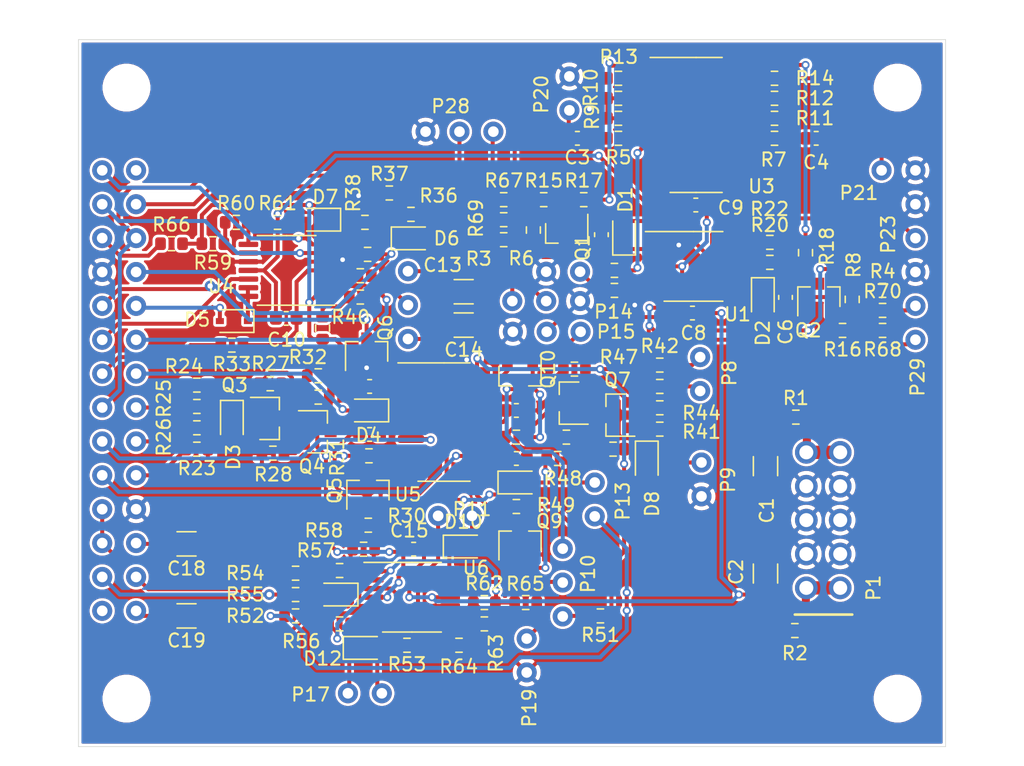
<source format=kicad_pcb>
(kicad_pcb (version 20211014) (generator pcbnew)

  (general
    (thickness 1.6)
  )

  (paper "A4")
  (layers
    (0 "F.Cu" signal)
    (31 "B.Cu" signal)
    (32 "B.Adhes" user "B.Adhesive")
    (33 "F.Adhes" user "F.Adhesive")
    (34 "B.Paste" user)
    (35 "F.Paste" user)
    (36 "B.SilkS" user "B.Silkscreen")
    (37 "F.SilkS" user "F.Silkscreen")
    (38 "B.Mask" user)
    (39 "F.Mask" user)
    (40 "Dwgs.User" user "User.Drawings")
    (41 "Cmts.User" user "User.Comments")
    (42 "Eco1.User" user "User.Eco1")
    (43 "Eco2.User" user "User.Eco2")
    (44 "Edge.Cuts" user)
    (45 "Margin" user)
    (46 "B.CrtYd" user "B.Courtyard")
    (47 "F.CrtYd" user "F.Courtyard")
    (48 "B.Fab" user)
    (49 "F.Fab" user)
  )

  (setup
    (pad_to_mask_clearance 0)
    (pcbplotparams
      (layerselection 0x00010fc_ffffffff)
      (disableapertmacros false)
      (usegerberextensions false)
      (usegerberattributes true)
      (usegerberadvancedattributes true)
      (creategerberjobfile true)
      (svguseinch false)
      (svgprecision 6)
      (excludeedgelayer true)
      (plotframeref false)
      (viasonmask false)
      (mode 1)
      (useauxorigin false)
      (hpglpennumber 1)
      (hpglpenspeed 20)
      (hpglpendiameter 15.000000)
      (dxfpolygonmode true)
      (dxfimperialunits true)
      (dxfusepcbnewfont true)
      (psnegative false)
      (psa4output false)
      (plotreference true)
      (plotvalue true)
      (plotinvisibletext false)
      (sketchpadsonfab false)
      (subtractmaskfromsilk false)
      (outputformat 1)
      (mirror false)
      (drillshape 0)
      (scaleselection 1)
      (outputdirectory "")
    )
  )

  (net 0 "")
  (net 1 "GND")
  (net 2 "+12V")
  (net 3 "-12V")
  (net 4 "/VCA/V_SIG_IN_1")
  (net 5 "Net-(C3-Pad1)")
  (net 6 "/VCA/V_SIG_IN_2")
  (net 7 "Net-(C4-Pad1)")
  (net 8 "Net-(C5-Pad2)")
  (net 9 "Net-(C5-Pad1)")
  (net 10 "Net-(C6-Pad2)")
  (net 11 "Net-(C6-Pad1)")
  (net 12 "Net-(C11-Pad2)")
  (net 13 "Net-(C11-Pad1)")
  (net 14 "Net-(C12-Pad2)")
  (net 15 "Net-(C13-Pad2)")
  (net 16 "Net-(C14-Pad2)")
  (net 17 "Net-(C16-Pad2)")
  (net 18 "Net-(C16-Pad1)")
  (net 19 "Net-(C17-Pad2)")
  (net 20 "Net-(C18-Pad2)")
  (net 21 "Net-(C19-Pad2)")
  (net 22 "Net-(D3-Pad1)")
  (net 23 "/ADSR CV gen 1/REL_1")
  (net 24 "/ADSR CV gen 1/DEC_1")
  (net 25 "Net-(D5-Pad1)")
  (net 26 "Net-(D6-Pad2)")
  (net 27 "Net-(D6-Pad1)")
  (net 28 "/ADSR CV gen 1/LED_K")
  (net 29 "/ADSR CV gen 1/LED_A")
  (net 30 "Net-(D8-Pad1)")
  (net 31 "/ADSR CV gen 2/REL_1")
  (net 32 "/ADSR CV gen 2/DEC_1")
  (net 33 "Net-(D10-Pad1)")
  (net 34 "Net-(D11-Pad2)")
  (net 35 "Net-(D11-Pad1)")
  (net 36 "/ADSR CV gen 2/LED_K")
  (net 37 "/ADSR CV gen 2/LED_A")
  (net 38 "Net-(P1-Pad10)")
  (net 39 "Net-(P1-Pad1)")
  (net 40 "/ADSR CV gen 1/SW_IN")
  (net 41 "/ADSR CV gen 1/GATE_IN")
  (net 42 "/ADSR CV gen 1/SUS_3")
  (net 43 "/ADSR CV gen 1/SUS_2")
  (net 44 "/ADSR CV gen 1/SUS_1")
  (net 45 "/ADSR CV gen 1/ATK_1")
  (net 46 "/ADSR CV gen 2/SW_IN")
  (net 47 "/ADSR CV gen 2/GATE_IN")
  (net 48 "/ADSR CV gen 2/SUS_3")
  (net 49 "/ADSR CV gen 2/SUS_2")
  (net 50 "/ADSR CV gen 2/SUS_1")
  (net 51 "/ADSR CV gen 2/ATK_1")
  (net 52 "/ADSR CV gen 1/CV_OUT")
  (net 53 "/VCA/CV_1")
  (net 54 "/ADSR CV gen 2/CV_OUT")
  (net 55 "/VCA/CV_2")
  (net 56 "/VCA/V_SIG_OUT_1")
  (net 57 "/VCA/V_SIG_OUT_2")
  (net 58 "/ADSR CV gen 1/ATK_2")
  (net 59 "Net-(P24-Pad2)")
  (net 60 "Net-(P24-Pad1)")
  (net 61 "/ADSR CV gen 2/ATK_2")
  (net 62 "Net-(P26-Pad2)")
  (net 63 "Net-(P26-Pad1)")
  (net 64 "Net-(Q1-Pad3)")
  (net 65 "Net-(Q1-Pad2)")
  (net 66 "Net-(Q2-Pad3)")
  (net 67 "Net-(Q2-Pad2)")
  (net 68 "Net-(Q3-Pad3)")
  (net 69 "Net-(Q3-Pad2)")
  (net 70 "Net-(Q5-Pad3)")
  (net 71 "Net-(Q6-Pad2)")
  (net 72 "Net-(Q6-Pad1)")
  (net 73 "Net-(Q7-Pad3)")
  (net 74 "Net-(Q7-Pad2)")
  (net 75 "Net-(Q9-Pad3)")
  (net 76 "Net-(Q10-Pad2)")
  (net 77 "Net-(Q10-Pad1)")
  (net 78 "Net-(R10-Pad1)")
  (net 79 "Net-(R11-Pad1)")
  (net 80 "Net-(R12-Pad1)")
  (net 81 "Net-(R13-Pad1)")
  (net 82 "Net-(R14-Pad1)")
  (net 83 "Net-(R17-Pad2)")
  (net 84 "Net-(R18-Pad2)")
  (net 85 "Net-(R19-Pad2)")
  (net 86 "Net-(R19-Pad1)")
  (net 87 "Net-(R20-Pad2)")
  (net 88 "Net-(R20-Pad1)")
  (net 89 "/ADSR CV gen 1/SW_IN_RET")
  (net 90 "/ADSR CV gen 1/REL_2")
  (net 91 "/ADSR CV gen 1/DEC_2")
  (net 92 "Net-(R39-Pad1)")
  (net 93 "/ADSR CV gen 2/SW_IN_RET")
  (net 94 "/ADSR CV gen 2/REL_2")
  (net 95 "/ADSR CV gen 2/DEC_2")
  (net 96 "Net-(R57-Pad1)")
  (net 97 "Net-(U3-Pad10)")
  (net 98 "Net-(U3-Pad9)")
  (net 99 "Net-(U3-Pad8)")
  (net 100 "Net-(U3-Pad7)")
  (net 101 "Net-(R59-Pad1)")
  (net 102 "Net-(R60-Pad2)")
  (net 103 "/ADSR CV gen 1/INV_CV_OUT")
  (net 104 "Net-(R62-Pad1)")
  (net 105 "Net-(R63-Pad2)")
  (net 106 "/ADSR CV gen 2/INV_CV_OUT")
  (net 107 "Net-(P18-Pad1)")
  (net 108 "Net-(P19-Pad1)")
  (net 109 "/VCA/VCA_G_1_1")
  (net 110 "/VCA/VCA_G_2_1")
  (net 111 "/VCA/VCA_G_1_2")
  (net 112 "/VCA/VCA_G_2_2")
  (net 113 "Net-(R5-Pad1)")

  (footprint "Capacitor_SMD:C_1206_3216Metric" (layer "F.Cu") (at 194.5 72.975 -90))

  (footprint "Capacitor_SMD:C_1206_3216Metric" (layer "F.Cu") (at 194.5 81.025 -90))

  (footprint "Capacitor_SMD:C_0603_1608Metric" (layer "F.Cu") (at 180.4 48.4 180))

  (footprint "Capacitor_SMD:C_0603_1608Metric" (layer "F.Cu") (at 198.3 48.4))

  (footprint "Capacitor_SMD:C_0603_1608Metric" (layer "F.Cu") (at 182.2 55.625 -90))

  (footprint "Capacitor_SMD:C_0603_1608Metric" (layer "F.Cu") (at 189.025 61.5))

  (footprint "Capacitor_SMD:C_0603_1608Metric" (layer "F.Cu") (at 189.275 53.4 180))

  (footprint "Capacitor_SMD:C_0603_1608Metric" (layer "F.Cu") (at 164.825 67))

  (footprint "Capacitor_SMD:C_0603_1608Metric" (layer "F.Cu") (at 168.125 79.2 180))

  (footprint "Capacitor_SMD:C_1206_3216Metric" (layer "F.Cu") (at 151.1 78.8 180))

  (footprint "Capacitor_SMD:C_1206_3216Metric" (layer "F.Cu") (at 151.1 84.2 180))

  (footprint "Diode_SMD:D_SOD-323" (layer "F.Cu") (at 183.9 55.65 90))

  (footprint "Diode_SMD:D_SOD-323" (layer "F.Cu") (at 194.3 60.35 -90))

  (footprint "Diode_SMD:D_SOD-323" (layer "F.Cu") (at 154.5 69.55 -90))

  (footprint "Diode_SMD:D_SOD-323" (layer "F.Cu") (at 164.75 68.8 180))

  (footprint "Diode_SMD:D_SOD-323" (layer "F.Cu") (at 185.6 72.6 -90))

  (footprint "Diode_SMD:D_SOD-323" (layer "F.Cu") (at 175.95 74.2))

  (footprint "Diode_SMD:D_SOD-323" (layer "F.Cu") (at 171.85 79))

  (footprint "Diode_SMD:D_SOD-323" (layer "F.Cu") (at 164.35 86.6))

  (footprint "project_oscillator:HEADER_10POS_2ROW" (layer "F.Cu") (at 200.1 82.1 90))

  (footprint "pin-headers:2POS-1ROW-HEADER" (layer "F.Cu") (at 147.32 68.58 -90))

  (footprint "pin-headers:2POS-1ROW-HEADER" (layer "F.Cu") (at 147.32 73.66 -90))

  (footprint "pin-headers:3POS-1ROW-HEADER" (layer "F.Cu") (at 144.78 66.04 90))

  (footprint "pin-headers:2POS-1ROW-HEADER" (layer "F.Cu") (at 144.78 71.12 90))

  (footprint "pin-headers:2POS-1ROW-HEADER" (layer "F.Cu") (at 147.32 66.04 90))

  (footprint "pin-headers:2POS-1ROW-HEADER" (layer "F.Cu") (at 189.6 64.8 -90))

  (footprint "pin-headers:2POS-1ROW-HEADER" (layer "F.Cu") (at 189.7 72.7 -90))

  (footprint "pin-headers:3POS-1ROW-HEADER" (layer "F.Cu") (at 179.3 84.24 90))

  (footprint "pin-headers:2POS-1ROW-HEADER" (layer "F.Cu") (at 172.5 76.7 180))

  (footprint "pin-headers:2POS-1ROW-HEADER" (layer "F.Cu") (at 144.78 73.66 -90))

  (footprint "pin-headers:3POS-1ROW-HEADER" (layer "F.Cu") (at 180.6 60.6 180))

  (footprint "pin-headers:3POS-1ROW-HEADER" (layer "F.Cu") (at 175.56 62.9))

  (footprint "pin-headers:2POS-1ROW-HEADER" (layer "F.Cu") (at 144.78 53.34 90))

  (footprint "pin-headers:2POS-1ROW-HEADER" (layer "F.Cu") (at 163.2 90))

  (footprint "pin-headers:2POS-1ROW-HEADER" (layer "F.Cu") (at 144.78 55.88 -90))

  (footprint "pin-headers:2POS-1ROW-HEADER" (layer "F.Cu") (at 176.6 85.9 -90))

  (footprint "pin-headers:2POS-1ROW-HEADER" (layer "F.Cu") (at 205.74 55.88 90))

  (footprint "pin-headers:3POS-1ROW-HEADER" (layer "F.Cu") (at 147.32 50.8 -90))

  (footprint "Package_TO_SOT_SMD:SOT-23" (layer "F.Cu") (at 198.5 60.3 90))

  (footprint "Package_TO_SOT_SMD:SOT-23" (layer "F.Cu") (at 157.3 69.4))

  (footprint "Package_TO_SOT_SMD:SOT-23" (layer "F.Cu") (at 160.9 70.4))

  (footprint "Package_TO_SOT_SMD:SOT-23" (layer "F.Cu") (at 164.7 74.8 90))

  (footprint "Package_TO_SOT_SMD:SOT-23" (layer "F.Cu") (at 183.3 69.15 180))

  (footprint "Package_TO_SOT_SMD:SOT-23" (layer "F.Cu") (at 176.1 66.2 -90))

  (footprint "Resistor_SMD:R_0603_1608Metric" (layer "F.Cu") (at 196.775 69.3))

  (footprint "Resistor_SMD:R_0603_1608Metric" (layer "F.Cu") (at 183.475 48.4 180))

  (footprint "Resistor_SMD:R_0603_1608Metric" (layer "F.Cu") (at 195.175 48.4))

  (footprint "Resistor_SMD:R_0603_1608Metric" (layer "F.Cu") (at 201 60.475 90))

  (footprint "Resistor_SMD:R_0603_1608Metric" (layer "F.Cu") (at 195.175 46.9))

  (footprint "Resistor_SMD:R_0603_1608Metric" (layer "F.Cu") (at 195.175 45.4))

  (footprint "Resistor_SMD:R_0603_1608Metric" (layer "F.Cu") (at 183.475 43.9 180))

  (footprint "Resistor_SMD:R_0603_1608Metric" (layer "F.Cu") (at 195.175 43.9))

  (footprint "Resistor_SMD:R_0603_1608Metric" (layer "F.Cu") (at 177.875 53))

  (footprint "Resistor_SMD:R_0603_1608Metric" (layer "F.Cu") (at 183.175 58.3))

  (footprint "Resistor_SMD:R_0603_1608Metric" (layer "F.Cu") (at 194.825 57.7 180))

  (footprint "Resistor_SMD:R_0603_1608Metric" (layer "F.Cu") (at 183.175 59.8))

  (footprint "Resistor_SMD:R_0603_1608Metric" (layer "F.Cu") (at 194.825 56.2 180))

  (footprint "Resistor_SMD:R_0603_1608Metric" (layer "F.Cu") (at 151.875 71.7 180))

  (footprint "Resistor_SMD:R_0603_1608Metric" (layer "F.Cu") (at 151.875 66.9 180))

  (footprint "Resistor_SMD:R_0603_1608Metric" (layer "F.Cu") (at 151.875 68.5 180))

  (footprint "Resistor_SMD:R_0603_1608Metric" (layer "F.Cu") (at 151.875 70.1 180))

  (footprint "Resistor_SMD:R_0603_1608Metric" (layer "F.Cu") (at 157.375 66.8 180))

  (footprint "Resistor_SMD:R_0603_1608Metric" (layer "F.Cu") (at 157.575 72))

  (footprint "Resistor_SMD:R_0603_1608Metric" (layer "F.Cu") (at 160.975 66.2 180))

  (footprint "Resistor_SMD:R_0603_1608Metric" (layer "F.Cu") (at 154.5 63.9 180))

  (footprint "Resistor_SMD:R_0603_1608Metric" (layer "F.Cu") (at 186.575 70.2 180))

  (footprint "Resistor_SMD:R_0603_1608Metric" (layer "F.Cu") (at 186.575 67))

  (footprint "Resistor_SMD:R_0603_1608Metric" (layer "F.Cu") (at 186.575 68.6))

  (footprint "Resistor_SMD:R_0603_1608Metric" (layer "F.Cu") (at 179.575 70.8 180))

  (footprint "Resistor_SMD:R_0603_1608Metric" (layer "F.Cu") (at 175.825 76))

  (footprint "Resistor_SMD:R_0603_1608Metric" (layer "F.Cu") (at 175.825 70.8))

  (footprint "Resistor_SMD:R_0603_1608Metric" (layer "F.Cu") (at 182.125 84.2 180))

  (footprint "Resistor_SMD:R_0603_1608Metric" (layer "F.Cu") (at 159.275 84.2))

  (footprint "Resistor_SMD:R_0603_1608Metric" (layer "F.Cu") (at 167.625 86.4 180))

  (footprint "Resistor_SMD:R_0603_1608Metric" (layer "F.Cu") (at 159.275 81))

  (footprint "Resistor_SMD:R_0603_1608Metric" (layer "F.Cu") (at 159.275 82.6))

  (footprint "Resistor_SMD:R_0603_1608Metric" (layer "F.Cu")
    (tedit 5F68FEEE) (tstamp 00000000-0000-0000-0000-0000600fa5bd)
    (at 162.575 84.8)
    (descr "Resistor SMD 0603 (1608 Metric), square (rectangular) end terminal, IPC_7351 nominal, (Body size source: IPC-SM-782 page 72, https://www.pcb-3d.com/wordpress/wp-content/uploads/ipc-sm-782a_amendment_1_and_2.pdf), generated with kicad-footprint-generator")
    (tags "resistor")
    (path "/00000000-0000-0000-0000-00005ffb759c/00000000-0000-0000-0000-00005ffe0176")
    (attr smd)
    (fp_text reference "R56" (at -2.875 1.3) (layer "F.SilkS")
      (effects (font (size 1 1) (thickness 0.15)))
      (tstamp 477892a1-722e-4cda-bb6c-fcdb8ba5f93e)
    )
    (fp_text value "1k" (at 0 1.43) (layer "F.Fab")
      (effects (font (size 1 1) (thickness 0.15)))
      (tstamp b09666f9-12f1-4ee9-8877-2292c94258ca)
    )
    (fp_text user "${REFERENCE}" (at 0 0) (layer "F.Fab")
      (effects (font (size 0.4 0.4) (thickness 0.06)))
      (tstamp f1a9fb80-4cc4-410f-9616-e19c969dcab5)
    )
    (fp_line (start -0.237258 -0.5225) (end 0.237258 -0.5225) (layer "F.SilkS") (width 0.12) (tstamp afd38b10-2eca-4abe-aed1-a96fb07ffdbe))
    (fp_line (start -0.237258 0.5225) (end 0.237258 0.5225) (layer "F.SilkS") (width 0.12) (tstamp c8fd9dd3-06ad-4146-9239-0065013959ef))
    (fp_line (start 1.48 -0.73) (end 1.48 0.73) (layer "F.CrtYd") (width 0.05) (tstamp 3f43d730-2a73-49fe-9672-32428e7f5b49))
    (fp_line (start 1.48 0.73) (end -1.48 0.73) (layer "F.CrtYd") (width 0.05) (tstamp 9186dae5-6dc3-4744-9f90-e697559c6ac8))
    (fp_line (start -1.48 0.73) (end -1.48 -0.73) (layer "F.CrtYd") (width 0.05) (tstamp 98b00c9d-9188-4bce-aa70-92d12dd9cf82))
    (fp_line (start -1.48 -0.73) (end 1.48 -0.73) (laye
... [841255 chars truncated]
</source>
